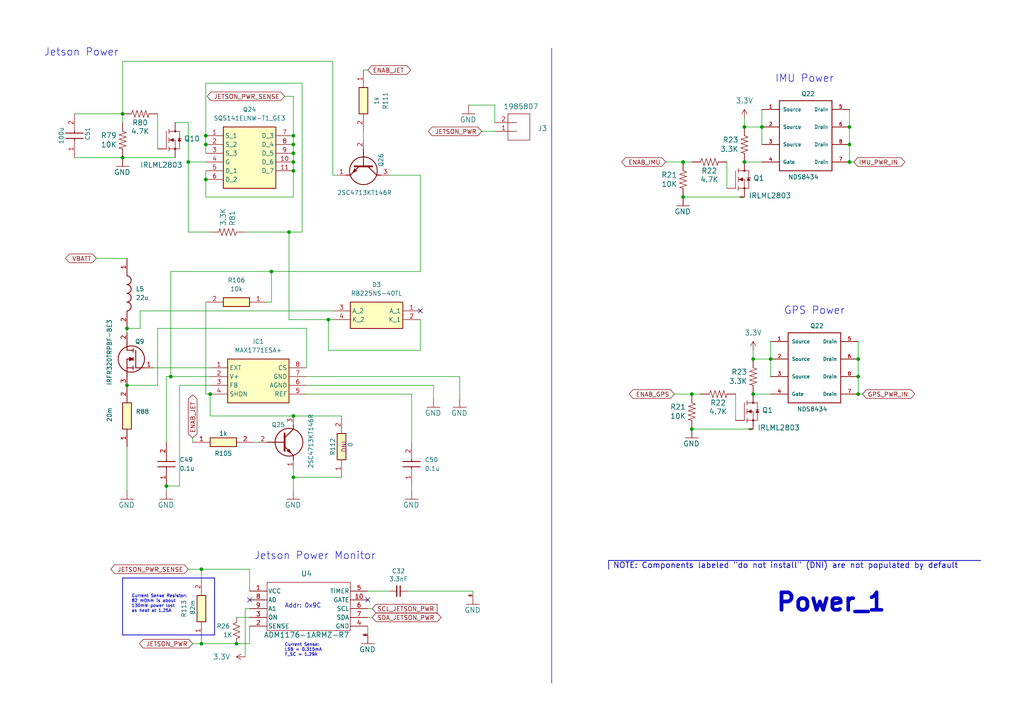
<source format=kicad_sch>
(kicad_sch (version 20230121) (generator eeschema)
  (paper "A4")
  (title_block (title "PyCubed Mainboard") (date "2021-06-09") (rev "v05c") (company "Max Holliday"))
  (lib_symbols
    (symbol "Device:C_Small" (pin_numbers hide) (pin_names (offset 0.254) hide)
      (property "Reference" "C" (at 0.254 1.778 0))
      (property "Value" "C_Small" (at 0.254 -2.032 0))
      (symbol "C_Small_1_1"
        (pin passive line (at 0 2.54 270) (length 2.032) (name "~") (number "1"))
        (pin passive line (at 0 -2.54 90) (length 2.032) (name "~") (number "2"))
      )
    )
    (symbol "Device:R_US" (pin_numbers hide) (pin_names (offset 0))
      (property "Reference" "R" (at 2.54 0 90))
      (property "Value" "R_US" (at -2.54 0 90))
      (symbol "R_US_1_1"
        (pin passive line (at 0 3.81 270) (length 1.27) (name "~") (number "1"))
        (pin passive line (at 0 -3.81 90) (length 1.27) (name "~") (number "2"))
      )
    )
    (symbol "NDS8434_1" (pin_names (offset 1.016))
      (symbol "NDS8434_1_0_0"
        (pin bidirectional line (at -12.7 7.62 0) (length 5.08) (name "Source") (number "1"))
        (pin bidirectional line (at -12.7 2.54 0) (length 5.08) (name "Source") (number "2"))
        (pin bidirectional line (at -12.7 -2.54 0) (length 5.08) (name "Source") (number "3"))
        (pin bidirectional line (at -12.7 -7.62 0) (length 5.08) (name "Gate") (number "4"))
        (pin bidirectional line (at 12.7 7.62 180) (length 5.08) (name "Drain") (number "5"))
        (pin bidirectional line (at 12.7 2.54 180) (length 5.08) (name "Drain") (number "6"))
        (pin bidirectional line (at 12.7 -7.62 180) (length 5.08) (name "Drain") (number "7"))
        (pin bidirectional line (at 12.7 -2.54 180) (length 5.08) (name "Drain") (number "8"))
      )
    )
    (symbol "NDS8434_2" (pin_names (offset 1.016))
      (symbol "NDS8434_2_0_0"
        (pin bidirectional line (at -12.7 7.62 0) (length 5.08) (name "Source") (number "1"))
        (pin bidirectional line (at -12.7 2.54 0) (length 5.08) (name "Source") (number "2"))
        (pin bidirectional line (at -12.7 -2.54 0) (length 5.08) (name "Source") (number "3"))
        (pin bidirectional line (at -12.7 -7.62 0) (length 5.08) (name "Gate") (number "4"))
        (pin bidirectional line (at 12.7 7.62 180) (length 5.08) (name "Drain") (number "5"))
        (pin bidirectional line (at 12.7 2.54 180) (length 5.08) (name "Drain") (number "6"))
        (pin bidirectional line (at 12.7 -7.62 180) (length 5.08) (name "Drain") (number "7"))
        (pin bidirectional line (at 12.7 -2.54 180) (length 5.08) (name "Drain") (number "8"))
      )
    )
    (symbol "SamacSys_Parts:2SC4713KT146R" (pin_names hide)
      (property "Reference" "Q" (at 13.97 1.27 0))
      (property "Value" "2SC4713KT146R" (at 13.97 -1.27 0))
      (symbol "2SC4713KT146R_1_1"
        (pin passive line (at 10.16 -7.62 90) (length 2.54) (name "E") (number "1"))
        (pin passive line (at 0 0 0) (length 2.54) (name "B") (number "2"))
        (pin passive line (at 10.16 7.62 270) (length 2.54) (name "C") (number "3"))
      )
    )
    (symbol "SamacSys_Parts:C0603T104K3RACTU" (pin_names hide)
      (property "Reference" "C" (at 8.89 6.35 0))
      (property "Value" "C0603T104K3RACTU" (at 8.89 3.81 0))
      (symbol "C0603T104K3RACTU_1_1"
        (pin passive line (at 0 0 0) (length 5.08) (name "1") (number "1"))
        (pin passive line (at 12.7 0 180) (length 5.08) (name "2") (number "2"))
      )
    )
    (symbol "SamacSys_Parts:CL31A107MPKNNWE" (pin_names hide)
      (property "Reference" "C" (at 8.89 6.35 0))
      (property "Value" "CL31A107MPKNNWE" (at 8.89 3.81 0))
      (symbol "CL31A107MPKNNWE_1_1"
        (pin passive line (at 0 0 0) (length 5.08) (name "1") (number "1"))
        (pin passive line (at 12.7 0 180) (length 5.08) (name "2") (number "2"))
      )
    )
    (symbol "SamacSys_Parts:ERJ-1GJ0R00C" (pin_names hide)
      (property "Reference" "R" (at 13.97 6.35 0))
      (property "Value" "ERJ-1GJ0R00C" (at 13.97 3.81 0))
      (symbol "ERJ-1GJ0R00C_1_1"
        (pin passive line (at 0 0 0) (length 5.08) (name "1") (number "1"))
        (pin passive line (at 17.78 0 180) (length 5.08) (name "2") (number "2"))
      )
    )
    (symbol "SamacSys_Parts:ERJ-1GJF1001C" (pin_names hide)
      (property "Reference" "R" (at 13.97 6.35 0))
      (property "Value" "ERJ-1GJF1001C" (at 13.97 3.81 0))
      (symbol "ERJ-1GJF1001C_1_1"
        (pin passive line (at 0 0 0) (length 5.08) (name "1") (number "1"))
        (pin passive line (at 17.78 0 180) (length 5.08) (name "2") (number "2"))
      )
    )
    (symbol "SamacSys_Parts:ERJ-1GJF1002C" (pin_names hide)
      (property "Reference" "R" (at 13.97 6.35 0))
      (property "Value" "ERJ-1GJF1002C" (at 13.97 3.81 0))
      (symbol "ERJ-1GJF1002C_1_1"
        (pin passive line (at 0 0 0) (length 5.08) (name "1") (number "1"))
        (pin passive line (at 17.78 0 180) (length 5.08) (name "2") (number "2"))
      )
    )
    (symbol "SamacSys_Parts:ERJ-6BWFR082V" (pin_names hide)
      (property "Reference" "R" (at 13.97 6.35 0))
      (property "Value" "ERJ-6BWFR082V" (at 13.97 3.81 0))
      (symbol "ERJ-6BWFR082V_1_1"
        (pin passive line (at 0 0 0) (length 5.08) (name "1") (number "1"))
        (pin passive line (at 17.78 0 180) (length 5.08) (name "2") (number "2"))
      )
    )
    (symbol "SamacSys_Parts:ERJ-B3CFR02V" (pin_names hide)
      (property "Reference" "R" (at 13.97 6.35 0))
      (property "Value" "ERJ-B3CFR02V" (at 13.97 3.81 0))
      (symbol "ERJ-B3CFR02V_1_1"
        (pin passive line (at 0 0 0) (length 5.08) (name "1") (number "1"))
        (pin passive line (at 17.78 0 180) (length 5.08) (name "2") (number "2"))
      )
    )
    (symbol "SamacSys_Parts:IRFR320TRPBF-BE3" (pin_names hide)
      (property "Reference" "Q" (at 11.43 3.81 0))
      (property "Value" "IRFR320TRPBF-BE3" (at 11.43 1.27 0))
      (symbol "IRFR320TRPBF-BE3_1_1"
        (pin passive line (at 0 0 0) (length 2.54) (name "G") (number "1"))
        (pin passive line (at 7.62 10.16 270) (length 2.54) (name "D") (number "2"))
        (pin passive line (at 7.62 -5.08 90) (length 2.54) (name "S") (number "3"))
      )
    )
    (symbol "SamacSys_Parts:MAX1771ESA+"
      (property "Reference" "IC" (at 24.13 7.62 0))
      (property "Value" "MAX1771ESA+" (at 24.13 5.08 0))
      (symbol "MAX1771ESA+_1_1"
        (pin passive line (at 0 0 0) (length 5.08) (name "EXT") (number "1"))
        (pin passive line (at 0 -2.54 0) (length 5.08) (name "V+") (number "2"))
        (pin passive line (at 0 -5.08 0) (length 5.08) (name "FB") (number "3"))
        (pin passive line (at 0 -7.62 0) (length 5.08) (name "SHDN") (number "4"))
        (pin passive line (at 27.94 -7.62 180) (length 5.08) (name "REF") (number "5"))
        (pin passive line (at 27.94 -5.08 180) (length 5.08) (name "AGND") (number "6"))
        (pin passive line (at 27.94 -2.54 180) (length 5.08) (name "GND") (number "7"))
        (pin passive line (at 27.94 0 180) (length 5.08) (name "CS") (number "8"))
      )
    )
    (symbol "SamacSys_Parts:PA5432.223NLT" (pin_names hide)
      (property "Reference" "L" (at 16.51 6.35 0))
      (property "Value" "PA5432.223NLT" (at 16.51 3.81 0))
      (symbol "PA5432.223NLT_1_1"
        (pin passive line (at 0 0 0) (length 5.08) (name "1") (number "1"))
        (pin passive line (at 20.32 0 180) (length 5.08) (name "2") (number "2"))
      )
    )
    (symbol "SamacSys_Parts:RB225NS-40TL"
      (property "Reference" "D" (at 21.59 7.62 0))
      (property "Value" "RB225NS-40TL" (at 21.59 5.08 0))
      (symbol "RB225NS-40TL_1_1"
        (pin passive line (at 0 0 0) (length 5.08) (name "A_1") (number "1"))
        (pin passive line (at 0 -2.54 0) (length 5.08) (name "K_1") (number "2"))
        (pin passive line (at 25.4 0 180) (length 5.08) (name "A_2") (number "3"))
        (pin passive line (at 25.4 -2.54 180) (length 5.08) (name "K_2") (number "4"))
      )
    )
    (symbol "SamacSys_Parts:SQS141ELNW-T1_GE3"
      (property "Reference" "Q" (at 21.59 7.62 0))
      (property "Value" "SQS141ELNW-T1_GE3" (at 21.59 5.08 0))
      (symbol "SQS141ELNW-T1_GE3_1_1"
        (pin passive line (at 0 0 0) (length 5.08) (name "S_1") (number "1"))
        (pin passive line (at 25.4 -7.62 180) (length 5.08) (name "D_6") (number "10"))
        (pin passive line (at 25.4 -10.16 180) (length 5.08) (name "D_7") (number "11"))
        (pin passive line (at 0 -2.54 0) (length 5.08) (name "S_2") (number "2"))
        (pin passive line (at 0 -5.08 0) (length 5.08) (name "S_3") (number "3"))
        (pin passive line (at 0 -7.62 0) (length 5.08) (name "G") (number "4"))
        (pin passive line (at 0 -10.16 0) (length 5.08) (name "D_1") (number "5"))
        (pin passive line (at 0 -12.7 0) (length 5.08) (name "D_2") (number "6"))
        (pin passive line (at 25.4 0 180) (length 5.08) (name "D_3") (number "7"))
        (pin passive line (at 25.4 -2.54 180) (length 5.08) (name "D_4") (number "8"))
        (pin passive line (at 25.4 -5.08 180) (length 5.08) (name "D_5") (number "9"))
      )
    )
    (symbol "mainboard:3.3V" (power) (pin_names (offset 1.016))
      (property "Value" "3.3V" (at -1.016 3.556 0))
      (symbol "3.3V_1_0"
        (pin power_in line (at 0 0 90) (length 2.54) (name "3.3V") (number "1"))
      )
    )
    (symbol "mainboard:ADM1176-1ARMZ-R7" (pin_names (offset 0.254))
      (property "Reference" "U?" (at 19.05 -10.16 0))
      (property "Value" "ADM1176-1ARMZ-R7" (at 20.32 -26.67 0))
      (symbol "ADM1176-1ARMZ-R7_1_0"
        (pin unspecified line (at 2.54 -13.97 0) (length 5.08) (name "VCC") (number "1"))
        (pin unspecified line (at 36.83 -16.51 180) (length 5.08) (name "GATE") (number "10"))
        (pin unspecified line (at 2.54 -24.13 0) (length 5.08) (name "SENSE") (number "2"))
        (pin unspecified line (at 2.54 -21.59 0) (length 5.08) (name "ON") (number "3"))
        (pin unspecified line (at 36.83 -24.13 180) (length 5.08) (name "GND") (number "4"))
        (pin unspecified line (at 36.83 -13.97 180) (length 5.08) (name "TIMER") (number "5"))
        (pin unspecified line (at 36.83 -19.05 180) (length 5.08) (name "SCL") (number "6"))
        (pin unspecified line (at 36.83 -21.59 180) (length 5.08) (name "SDA") (number "7"))
        (pin unspecified line (at 2.54 -16.51 0) (length 5.08) (name "A0") (number "8"))
        (pin unspecified line (at 2.54 -19.05 0) (length 5.08) (name "A1") (number "9"))
      )
    )
    (symbol "mainboard:GND" (power) (pin_names (offset 1.016))
      (property "Value" "GND" (at -2.54 -2.54 0))
      (symbol "GND_1_0"
        (pin power_in line (at 0 2.54 270) (length 2.54) (name "GND") (number "1"))
      )
    )
    (symbol "mainboard:IRLML2803TRPBF" (pin_names (offset 1.016))
      (property "Reference" "Q" (at -11.43 1.27 0))
      (property "Value" "IRLML2803TRPBF" (at -11.43 3.81 0))
      (symbol "IRLML2803TRPBF_1_0"
        (pin passive line (at -2.54 -2.54 0) (length 2.54) (name "G") (number "1"))
        (pin passive line (at 2.54 -5.08 90) (length 2.54) (name "S") (number "2"))
        (pin passive line (at 2.54 5.08 270) (length 2.54) (name "D") (number "3"))
      )
    )
    (symbol "mainboard:M023.5MM_LOCK" (pin_names (offset 1.016))
      (property "Reference" "JP" (at -2.54 5.842 0))
      (property "Value" "M023.5MM_LOCK" (at -2.54 -5.08 0))
      (symbol "M023.5MM_LOCK_1_0"
        (pin passive line (at 7.62 0 180) (length 5.08) (name "1") (number "1"))
        (pin passive line (at 7.62 2.54 180) (length 5.08) (name "2") (number "2"))
      )
    )
    (symbol "mainboard:R-US_R0603" (pin_names (offset 1.016))
      (property "Reference" "R" (at -3.81 1.4986 0))
      (property "Value" "R-US_R0603" (at -3.81 -3.302 0))
      (symbol "R-US_R0603_1_0"
        (pin passive line (at -5.08 0 0) (length 2.54) (name "1") (number "1"))
        (pin passive line (at 5.08 0 180) (length 2.54) (name "2") (number "2"))
      )
    )
  )
  (junction (at 198.12 57.15))
  (junction (at 215.9 36.83))
  (junction (at 78.74 78.74))
  (junction (at 200.66 124.46))
  (junction (at 248.92 109.22))
  (junction (at 59.69 39.37))
  (junction (at 246.38 41.91))
  (junction (at 85.09 138.43))
  (junction (at 54.61 46.99))
  (junction (at 223.52 104.14))
  (junction (at 58.42 165.1))
  (junction (at 198.12 46.99))
  (junction (at 246.38 46.99))
  (junction (at 85.09 49.53))
  (junction (at 48.26 140.97))
  (junction (at 248.92 104.14))
  (junction (at 49.53 109.22))
  (junction (at 58.42 186.69))
  (junction (at 85.09 39.37))
  (junction (at 218.44 104.14))
  (junction (at 83.82 67.31))
  (junction (at 68.58 186.69))
  (junction (at 36.83 111.76))
  (junction (at 246.38 36.83))
  (junction (at 95.25 92.71))
  (junction (at 218.44 114.3))
  (junction (at 85.09 120.65))
  (junction (at 85.09 41.91))
  (junction (at 85.09 44.45))
  (junction (at 35.56 33.02))
  (junction (at 215.9 46.99))
  (junction (at 60.96 114.3))
  (junction (at 200.66 114.3))
  (junction (at 59.69 52.07))
  (junction (at 248.92 114.3))
  (junction (at 220.98 36.83))
  (junction (at 85.09 46.99))
  (junction (at 59.69 41.91))
  (junction (at 36.83 95.25))
  (junction (at 35.56 45.72))
  (no_connect (at 72.39 173.99))
  (no_connect (at 121.92 90.17))
  (no_connect (at 106.68 173.99))
  (wire (pts (xy 200.66 114.3) (xy 195.58 114.3)))
  (polyline (pts (xy 35.56 184.15) (xy 35.56 167.64)))
  (wire (pts (xy 137.16 172.72) (xy 137.16 171.45)))
  (wire (pts (xy 85.09 120.65) (xy 99.06 120.65)))
  (wire (pts (xy 82.55 27.94) (xy 85.09 27.94)))
  (wire (pts (xy 77.47 87.63) (xy 78.74 87.63)))
  (wire (pts (xy 36.83 111.76) (xy 45.72 111.76)))
  (wire (pts (xy 220.98 46.99) (xy 215.9 46.99)))
  (wire (pts (xy 198.12 46.99) (xy 193.04 46.99)))
  (polyline (pts (xy 160.02 198.12) (xy 160.02 13.97)))
  (wire (pts (xy 58.42 186.69) (xy 68.58 186.69)))
  (wire (pts (xy 49.53 78.74) (xy 49.53 109.22)))
  (wire (pts (xy 35.56 33.02) (xy 35.56 35.56)))
  (polyline (pts (xy 62.23 167.64) (xy 62.23 184.15)))
  (wire (pts (xy 85.09 120.65) (xy 60.96 120.65)))
  (wire (pts (xy 35.56 17.78) (xy 96.52 17.78)))
  (wire (pts (xy 125.73 111.76) (xy 125.73 115.57)))
  (wire (pts (xy 48.26 109.22) (xy 48.26 128.27)))
  (wire (pts (xy 59.69 24.13) (xy 59.69 39.37)))
  (wire (pts (xy 54.61 46.99) (xy 54.61 67.31)))
  (wire (pts (xy 55.88 127) (xy 55.88 128.27)))
  (wire (pts (xy 121.92 92.71) (xy 121.92 101.6)))
  (wire (pts (xy 139.7 38.1) (xy 143.51 38.1)))
  (wire (pts (xy 36.83 142.24) (xy 36.83 129.54)))
  (wire (pts (xy 220.98 36.83) (xy 220.98 31.75)))
  (wire (pts (xy 45.72 95.25) (xy 88.9 95.25)))
  (polyline (pts (xy 62.23 184.15) (xy 35.56 184.15)))
  (wire (pts (xy 88.9 109.22) (xy 133.35 109.22)))
  (wire (pts (xy 218.44 124.46) (xy 200.66 124.46)))
  (wire (pts (xy 106.68 184.15) (xy 106.68 181.61)))
  (wire (pts (xy 119.38 140.97) (xy 119.38 142.24)))
  (wire (pts (xy 40.64 95.25) (xy 40.64 90.17)))
  (wire (pts (xy 59.69 57.15) (xy 85.09 57.15)))
  (polyline (pts (xy 62.23 167.64) (xy 62.23 184.15)))
  (wire (pts (xy 137.16 171.45) (xy 118.11 171.45)))
  (wire (pts (xy 85.09 41.91) (xy 85.09 44.45)))
  (wire (pts (xy 95.25 92.71) (xy 83.82 92.71)))
  (wire (pts (xy 223.52 114.3) (xy 218.44 114.3)))
  (wire (pts (xy 119.38 128.27) (xy 119.38 114.3)))
  (wire (pts (xy 45.72 111.76) (xy 45.72 95.25)))
  (wire (pts (xy 78.74 87.63) (xy 78.74 78.74)))
  (wire (pts (xy 210.82 54.61) (xy 210.82 46.99)))
  (wire (pts (xy 105.41 38.1) (xy 105.41 40.64)))
  (wire (pts (xy 44.45 106.68) (xy 60.96 106.68)))
  (wire (pts (xy 135.89 30.48) (xy 143.51 30.48)))
  (wire (pts (xy 248.92 104.14) (xy 248.92 109.22)))
  (wire (pts (xy 83.82 67.31) (xy 71.12 67.31)))
  (wire (pts (xy 95.25 101.6) (xy 95.25 92.71)))
  (polyline (pts (xy 35.56 167.64) (xy 62.23 167.64)))
  (wire (pts (xy 59.69 39.37) (xy 59.69 41.91)))
  (wire (pts (xy 71.12 190.5) (xy 71.12 176.53)))
  (wire (pts (xy 113.03 50.8) (xy 121.92 50.8)))
  (wire (pts (xy 59.69 52.07) (xy 59.69 57.15)))
  (wire (pts (xy 59.69 41.91) (xy 59.69 44.45)))
  (wire (pts (xy 85.09 138.43) (xy 85.09 142.24)))
  (wire (pts (xy 87.63 67.31) (xy 83.82 67.31)))
  (wire (pts (xy 54.61 67.31) (xy 60.96 67.31)))
  (wire (pts (xy 246.38 41.91) (xy 246.38 46.99)))
  (wire (pts (xy 121.92 101.6) (xy 95.25 101.6)))
  (wire (pts (xy 21.59 45.72) (xy 35.56 45.72)))
  (wire (pts (xy 107.95 179.07) (xy 106.68 179.07)))
  (wire (pts (xy 223.52 104.14) (xy 218.44 104.14)))
  (polyline (pts (xy 35.56 184.15) (xy 35.56 167.64)))
  (wire (pts (xy 59.69 114.3) (xy 60.96 114.3)))
  (wire (pts (xy 200.66 46.99) (xy 198.12 46.99)))
  (wire (pts (xy 58.42 165.1) (xy 72.39 165.1)))
  (wire (pts (xy 87.63 24.13) (xy 87.63 67.31)))
  (wire (pts (xy 60.96 111.76) (xy 52.07 111.76)))
  (wire (pts (xy 48.26 140.97) (xy 48.26 142.24)))
  (wire (pts (xy 58.42 185.42) (xy 58.42 186.69)))
  (wire (pts (xy 213.36 121.92) (xy 213.36 114.3)))
  (wire (pts (xy 35.56 45.72) (xy 50.8 45.72)))
  (wire (pts (xy 55.88 186.69) (xy 58.42 186.69)))
  (wire (pts (xy 21.59 33.02) (xy 35.56 33.02)))
  (wire (pts (xy 133.35 109.22) (xy 133.35 115.57)))
  (wire (pts (xy 215.9 36.83) (xy 215.9 34.29)))
  (wire (pts (xy 59.69 87.63) (xy 59.69 114.3)))
  (wire (pts (xy 52.07 111.76) (xy 52.07 140.97)))
  (wire (pts (xy 36.83 95.25) (xy 36.83 96.52)))
  (wire (pts (xy 54.61 165.1) (xy 58.42 165.1)))
  (wire (pts (xy 246.38 31.75) (xy 246.38 36.83)))
  (wire (pts (xy 215.9 57.15) (xy 198.12 57.15)))
  (wire (pts (xy 52.07 140.97) (xy 48.26 140.97)))
  (wire (pts (xy 85.09 57.15) (xy 85.09 49.53)))
  (wire (pts (xy 121.92 78.74) (xy 78.74 78.74)))
  (polyline (pts (xy 176.53 162.56) (xy 284.48 162.56)))
  (polyline (pts (xy 176.53 162.56) (xy 284.48 162.56)))
  (wire (pts (xy 85.09 135.89) (xy 85.09 138.43)))
  (wire (pts (xy 68.58 186.69) (xy 72.39 186.69)))
  (wire (pts (xy 50.8 35.56) (xy 54.61 35.56)))
  (wire (pts (xy 248.92 114.3) (xy 250.19 114.3)))
  (wire (pts (xy 68.58 179.07) (xy 72.39 179.07)))
  (wire (pts (xy 40.64 90.17) (xy 96.52 90.17)))
  (wire (pts (xy 96.52 50.8) (xy 96.52 17.78)))
  (wire (pts (xy 73.66 128.27) (xy 74.93 128.27)))
  (polyline (pts (xy 35.56 167.64) (xy 62.23 167.64)))
  (wire (pts (xy 223.52 109.22) (xy 223.52 104.14)))
  (wire (pts (xy 143.51 30.48) (xy 143.51 35.56)))
  (wire (pts (xy 85.09 44.45) (xy 85.09 46.99)))
  (wire (pts (xy 85.09 39.37) (xy 85.09 41.91)))
  (wire (pts (xy 248.92 99.06) (xy 248.92 104.14)))
  (wire (pts (xy 45.72 33.02) (xy 45.72 43.18)))
  (wire (pts (xy 54.61 46.99) (xy 59.69 46.99)))
  (wire (pts (xy 59.69 24.13) (xy 87.63 24.13)))
  (wire (pts (xy 119.38 114.3) (xy 88.9 114.3)))
  (wire (pts (xy 36.83 95.25) (xy 40.64 95.25)))
  (wire (pts (xy 48.26 109.22) (xy 49.53 109.22)))
  (wire (pts (xy 106.68 171.45) (xy 113.03 171.45)))
  (wire (pts (xy 223.52 104.14) (xy 223.52 99.06)))
  (wire (pts (xy 85.09 27.94) (xy 85.09 39.37)))
  (wire (pts (xy 72.39 165.1) (xy 72.39 171.45)))
  (wire (pts (xy 97.79 50.8) (xy 96.52 50.8)))
  (wire (pts (xy 220.98 41.91) (xy 220.98 36.83)))
  (wire (pts (xy 96.52 92.71) (xy 95.25 92.71)))
  (wire (pts (xy 71.12 176.53) (xy 72.39 176.53)))
  (wire (pts (xy 58.42 165.1) (xy 58.42 167.64)))
  (wire (pts (xy 85.09 46.99) (xy 85.09 49.53)))
  (wire (pts (xy 246.38 36.83) (xy 246.38 41.91)))
  (wire (pts (xy 78.74 78.74) (xy 49.53 78.74)))
  (wire (pts (xy 248.92 109.22) (xy 248.92 114.3)))
  (wire (pts (xy 107.95 176.53) (xy 106.68 176.53)))
  (wire (pts (xy 121.92 50.8) (xy 121.92 78.74)))
  (wire (pts (xy 218.44 104.14) (xy 218.44 101.6)))
  (polyline (pts (xy 176.53 165.1) (xy 176.53 162.56)))
  (polyline (pts (xy 176.53 165.1) (xy 176.53 162.56)))
  (wire (pts (xy 49.53 109.22) (xy 60.96 109.22)))
  (wire (pts (xy 220.98 36.83) (xy 215.9 36.83)))
  (wire (pts (xy 99.06 138.43) (xy 85.09 138.43)))
  (wire (pts (xy 88.9 111.76) (xy 125.73 111.76)))
  (wire (pts (xy 59.69 49.53) (xy 59.69 52.07)))
  (wire (pts (xy 88.9 95.25) (xy 88.9 106.68)))
  (wire (pts (xy 35.56 17.78) (xy 35.56 33.02)))
  (wire (pts (xy 27.94 74.93) (xy 36.83 74.93)))
  (wire (pts (xy 203.2 114.3) (xy 200.66 114.3)))
  (wire (pts (xy 83.82 92.71) (xy 83.82 67.31)))
  (wire (pts (xy 105.41 20.32) (xy 106.68 20.32)))
  (wire (pts (xy 54.61 35.56) (xy 54.61 46.99)))
  (wire (pts (xy 246.38 46.99) (xy 247.65 46.99)))
  (wire (pts (xy 72.39 186.69) (xy 72.39 181.61)))
  (wire (pts (xy 60.96 120.65) (xy 60.96 114.3)))
  (polyline (pts (xy 62.23 184.15) (xy 35.56 184.15)))
  (text "IMU Power" (at 224.79 24.13 0) (effects (font (size 2.159 2.159)) (justify left bottom)))
  (text "Jetson Power Monitor" (at 73.66 162.56 0) (effects (font (size 2.159 2.159)) (justify left bottom)))
  (text "Jetson Power" (at 12.7 16.51 0) (effects (font (size 2.159 2.159)) (justify left bottom)))
  (text "Current Sense:\nLSB = 0.315mA\nF_SC = 1.29A" (at 82.55 190.5 0) (effects (font (size 0.889 0.889)) (justify left bottom)))
  (text "Addr: 0x9C" (at 82.55 176.53 0) (effects (font (size 1.27 1.27)) (justify left bottom)))
  (text "Power_1" (at 224.79 177.8 0) (effects (font (size 5.08 5.08) (thickness 1.016) bold) (justify left bottom)))
  (text "Power" (at 224.79 177.8 0) (effects (font (size 5.08 5.08) (thickness 1.016) bold) (justify left bottom)))
  (text "GPS Power" (at 227.33 91.44 0) (effects (font (size 2.159 2.159)) (justify left bottom)))
  (text "Current Sense Resistor:\n82 mOhm is about \n130mW power lost\nas heat at 1.25A" (at 38.1 177.8 0) (effects (font (size 0.889 0.889)) (justify left bottom)))
  (text "NOTE: Components labeled \"do not install\" (DNI) are not populated by default" (at 177.8 165.1 0) (effects (font (size 1.651 1.651)) (justify left bottom)))
  (text "NOTE: Components labeled \"do not install\" (DNI) are not populated by default" (at 177.8 165.1 0) (effects (font (size 1.651 1.651)) (justify left bottom)))
  (global_label "JETSON_PWR_SENSE" (shape bidirectional) (at 54.61 165.1 180) (property "Intersheetrefs" "${INTERSHEET_REFS}" (effects hide)))
  (global_label "JETSON_PWR" (shape bidirectional) (at 55.88 186.69 180) (property "Intersheetrefs" "${INTERSHEET_REFS}" (effects hide)))
  (global_label "GND" (shape bidirectional) (at 137.16 172.72 180) (effects (font (size 0.254 0.254))) (property "Intersheetrefs" "${INTERSHEET_REFS}" (effects hide)))
  (global_label "ENAB_IMU" (shape bidirectional) (at 193.04 46.99 180) (property "Intersheetrefs" "${INTERSHEET_REFS}" (effects hide)))
  (global_label "GND" (shape bidirectional) (at 106.68 184.15 180) (effects (font (size 0.254 0.254))) (property "Intersheetrefs" "${INTERSHEET_REFS}" (effects hide)))
  (global_label "VBATT" (shape bidirectional) (at 27.94 74.93 180) (property "Intersheetrefs" "${INTERSHEET_REFS}" (effects hide)))
  (global_label "GPS_PWR_IN" (shape bidirectional) (at 250.19 114.3 0) (property "Intersheetrefs" "${INTERSHEET_REFS}" (effects hide)))
  (global_label "GND" (shape bidirectional) (at 106.68 184.15 180) (effects (font (size 0.254 0.254))) (property "Intersheetrefs" "${INTERSHEET_REFS}" (effects hide)))
  (global_label "GND" (shape bidirectional) (at 218.44 124.46 180) (effects (font (size 0.254 0.254))) (property "Intersheetrefs" "${INTERSHEET_REFS}" (effects hide)))
  (global_label "JETSON_PWR_SENSE" (shape bidirectional) (at 82.55 27.94 180) (property "Intersheetrefs" "${INTERSHEET_REFS}" (effects hide)))
  (global_label "ENAB_JET" (shape bidirectional) (at 55.88 127 90) (property "Intersheetrefs" "${INTERSHEET_REFS}" (effects hide)))
  (global_label "SCL_JETSON_PWR" (shape input) (at 107.95 176.53 0) (property "Intersheetrefs" "${INTERSHEET_REFS}" (effects hide)))
  (global_label "JETSON_PWR" (shape bidirectional) (at 139.7 38.1 180) (property "Intersheetrefs" "${INTERSHEET_REFS}" (effects hide)))
  (global_label "SDA_JETSON_PWR" (shape bidirectional) (at 107.95 179.07 0) (property "Intersheetrefs" "${INTERSHEET_REFS}" (effects hide)))
  (global_label "ENAB_GPS" (shape bidirectional) (at 195.58 114.3 180) (property "Intersheetrefs" "${INTERSHEET_REFS}" (effects hide)))
  (global_label "ENAB_JET" (shape bidirectional) (at 106.68 20.32 0) (property "Intersheetrefs" "${INTERSHEET_REFS}" (effects hide)))
  (global_label "IMU_PWR_IN" (shape bidirectional) (at 247.65 46.99 0) (property "Intersheetrefs" "${INTERSHEET_REFS}" (effects hide)))
  (global_label "GND" (shape bidirectional) (at 215.9 57.15 180) (effects (font (size 0.254 0.254))) (property "Intersheetrefs" "${INTERSHEET_REFS}" (effects hide)))
  (symbol (lib_id "mainboard:M023.5MM_LOCK") (at 151.13 38.1 0) (mirror y) (unit 1)
    (property "Reference" "J3" (at 158.75 38.1 0) (effects (font (size 1.4986 1.4986)) (justify left bottom)))
    (property "Value" "1985807" (at 156.21 31.75 0) (effects (font (size 1.4986 1.4986)) (justify left bottom)))
    (property "Footprint" "mainboard:SCREWTERMINAL-3.5MM-2_LOCK" (effects hide))
    (property "Datasheet" "https://www.mouser.com/datasheet/2/324/4/1985807-1458929.pdf" (effects hide))
    (property "Description" "2-pin Screw Terminal - Side Entry" (effects hide))
    (property "Flight" "1985807" (effects hide))
    (property "Manufacturer_Name" "Phoenix Contact" (effects hide))
    (property "Manufacturer_Part_Number" "1985807" (effects hide))
    (property "Proto" "1985807" (effects hide))
    (instances (project "mainboard" (path "" (reference "J3") (unit 1)) (path "" (reference "JP?") (unit 1)) (path "" (reference "J9") (unit 1))))
  )
  (symbol (lib_id "mainboard:GND") (at 85.09 144.78 0) (unit 1)
    (property "Reference" "#GND072" (effects hide))
    (property "Value" "GND" (at 82.55 147.32 0) (effects (font (size 1.4986 1.4986)) (justify left bottom)))
    (instances (project "mainboard" (path "" (reference "#GND072") (unit 1)) (path "" (reference "#GND?") (unit 1)) (path "" (reference "#GND072") (unit 1))))
  )
  (symbol (lib_id "SamacSys_Parts:ERJ-6BWFR082V") (at 58.42 185.42 90) (unit 1)
    (property "Reference" "R113" (at 53.34 173.99 0) (effects (justify right)))
    (property "Value" "82m" (at 55.88 173.99 0) (effects (justify right)))
    (property "Footprint" "ERJ6_B_BW_R_LW_CW_D" (effects hide))
    (property "Datasheet" "https://componentsearchengine.com/Datasheets/1/ERJ-6BWFR082V.pdf" (effects hide))
    (property "Mouser Part Number" "667-ERJ-6BWFR082V" (effects hide))
    (property "Mouser Price/Stock" "https://www.mouser.com/Search/Refine.aspx?Keyword=667-ERJ-6BWFR082V" (effects hide))
    (property "Manufacturer_Name" "Panasonic" (effects hide))
    (property "Manufacturer_Part_Number" "ERJ-6BWFR082V" (effects hide))
  )
  (symbol (lib_id "mainboard:GND") (at 36.83 144.78 0) (unit 1)
    (property "Reference" "#GND072" (effects hide))
    (property "Value" "GND" (at 34.29 147.32 0) (effects (font (size 1.4986 1.4986)) (justify left bottom)))
    (instances (project "mainboard" (path "" (reference "#GND072") (unit 1)) (path "" (reference "#GND?") (unit 1)) (path "" (reference "#GND0122") (unit 1))))
  )
  (symbol (lib_id "SamacSys_Parts:ERJ-1GJ0R00C") (at 99.06 138.43 90) (unit 1)
    (property "Reference" "R112" (at 96.52 127 0) (effects (justify right)))
    (property "Value" "0" (at 101.6 128.27 0) (effects (justify right)))
    (property "Footprint" "ERJ1GJJ2R4C" (effects hide))
    (property "Datasheet" "https://industrial.panasonic.com/cdbs/www-data/pdf/RDA0000/AOA0000C301.pdf" (effects hide))
    (property "Height" "0.26" (effects hide))
    (property "Mouser Part Number" "667-ERJ-1GJ0R00C" (effects hide))
    (property "Mouser Price/Stock" "https://www.mouser.co.uk/ProductDetail/Panasonic/ERJ-1GJ0R00C?qs=OcgtsXO%252B3gsHTMloWTpOqQ%3D%3D" (effects hide))
    (property "Manufacturer_Name" "Panasonic" (effects hide))
    (property "Manufacturer_Part_Number" "ERJ-1GJ0R00C" (effects hide))
    (property "DNI" "DNI" (at 99.06 129.54 0) (effects (justify top)))
  )
  (symbol (lib_id "mainboard:GND") (at 133.35 118.11 0) (unit 1)
    (property "Reference" "#GND072" (effects hide))
    (property "Value" "GND" (at 130.81 120.65 0) (effects (font (size 1.4986 1.4986)) (justify left bottom)))
    (instances (project "mainboard" (path "" (reference "#GND072") (unit 1)) (path "" (reference "#GND?") (unit 1)) (path "" (reference "#GND0127") (unit 1))))
  )
  (symbol (lib_id "mainboard:GND") (at 125.73 118.11 0) (unit 1)
    (property "Reference" "#GND072" (effects hide))
    (property "Value" "GND" (at 123.19 120.65 0) (effects (font (size 1.4986 1.4986)) (justify left bottom)))
    (instances (project "mainboard" (path "" (reference "#GND072") (unit 1)) (path "" (reference "#GND?") (unit 1)) (path "" (reference "#GND0128") (unit 1))))
  )
  (symbol (lib_id "SamacSys_Parts:ERJ-1GJF1002C") (at 77.47 87.63 180) (unit 1)
    (property "Reference" "R106" (at 68.58 81.28 0))
    (property "Value" "10k" (at 68.58 83.82 0))
    (property "Footprint" "ERJ1GJJ2R4C" (effects hide))
    (property "Datasheet" "https://industrial.panasonic.com/cdbs/www-data/pdf/RDA0000/AOA0000C304.pdf" (effects hide))
    (property "Height" "0.26" (effects hide))
    (property "Mouser Part Number" "667-ERJ-1GJF1002C" (effects hide))
    (property "Mouser Price/Stock" "https://www.mouser.co.uk/ProductDetail/Panasonic/ERJ-1GJF1002C?qs=OcgtsXO%252B3gveAYGlL%2Fftlw%3D%3D" (effects hide))
    (property "Manufacturer_Name" "Panasonic" (effects hide))
    (property "Manufacturer_Part_Number" "ERJ-1GJF1002C" (effects hide))
  )
  (symbol (lib_id "mainboard:GND") (at 137.16 175.26 0) (unit 1)
    (property "Reference" "#GND0109" (effects hide))
    (property "Value" "GND" (at 134.62 177.8 0) (effects (font (size 1.4986 1.4986)) (justify left bottom)))
    (instances (project "mainboard" (path "" (reference "#GND0109") (unit 1)) (path "" (reference "#GND?") (unit 1)) (path "" (reference "#GND0129") (unit 1))))
  )
  (symbol (lib_id "SamacSys_Parts:2SC4713KT146R") (at 105.41 40.64 270) (unit 1)
    (property "Reference" "Q26" (at 110.49 44.45 0) (effects (justify left)))
    (property "Value" "2SC4713KT146R" (at 97.79 55.88 90) (effects (justify left)))
    (property "Footprint" "SOT95P280X130-3N" (effects hide))
    (property "Datasheet" "http://rohmfs.rohm.com/en/products/databook/datasheet/discrete/transistor/bipolar/2sc4713kt146r-e.pdf" (effects hide))
    (property "Height" "1.3" (effects hide))
    (property "Mouser Part Number" "755-2SC4713KT146R" (effects hide))
    (property "Mouser Price/Stock" "https://www.mouser.co.uk/ProductDetail/ROHM-Semiconductor/2SC4713KT146R?qs=IsRgwgmxh69T12rcC0HTuA%3D%3D" (effects hide))
    (property "Manufacturer_Name" "ROHM Semiconductor" (effects hide))
    (property "Manufacturer_Part_Number" "2SC4713KT146R" (effects hide))
  )
  (symbol (lib_id "SamacSys_Parts:C0603T104K3RACTU") (at 119.38 140.97 90) (unit 1)
    (property "Reference" "C50" (at 123.19 133.35 90) (effects (justify right)))
    (property "Value" "0.1u" (at 123.19 135.89 90) (effects (justify right)))
    (property "Footprint" "CAPC1608X87N" (effects hide))
    (property "Datasheet" "https://content.kemet.com/datasheets/KEM_C1027_X7R_COTS_SMD.pdf" (effects hide))
    (property "Height" "0.87" (effects hide))
    (property "Mouser Part Number" "80-C0603T104K3R" (effects hide))
    (property "Mouser Price/Stock" "https://www.mouser.co.uk/ProductDetail/KEMET/C0603T104K3RACTU?qs=w3%252Bcv6FlocpVW%2FqNvg6pbg%3D%3D" (effects hide))
    (property "Manufacturer_Name" "KEMET" (effects hide))
    (property "Manufacturer_Part_Number" "C0603T104K3RACTU" (effects hide))
  )
  (symbol (lib_id "mainboard:3.3V") (at 71.12 190.5 90) (unit 1)
    (property "Reference" "#SUPPLY?" (effects hide))
    (property "Value" "3.3V" (at 66.8274 190.5 90) (effects (font (size 1.4986 1.4986)) (justify left)))
    (instances (project "mainboard" (path "" (reference "#SUPPLY?") (unit 1)) (path "" (reference "#SUPPLY?") (unit 1)) (path "" (reference "#SUPPLY010") (unit 1)) (path "" (reference "#SUPPLY0103") (unit 1))))
  )
  (symbol (lib_id "SamacSys_Parts:PA5432.223NLT") (at 36.83 74.93 270) (unit 1)
    (property "Reference" "L5" (at 39.37 83.82 90) (effects (justify left)))
    (property "Value" "22u" (at 39.37 86.36 90) (effects (justify left)))
    (property "Footprint" "PA5432223NLT" (effects hide))
    (property "Datasheet" "https://productfinder.pulseelectronics.com/api/public/uploads/product-attachments/datasheet_p890_1608108621.pdf" (effects hide))
    (property "Height" "6" (effects hide))
    (property "Mouser Part Number" "673-PA5432.223NLT" (effects hide))
    (property "Mouser Price/Stock" "https://www.mouser.co.uk/ProductDetail/Pulse-Electronics/PA5432.223NLT?qs=pUKx8fyJudD0Br41f2NXvA%3D%3D" (effects hide))
    (property "Manufacturer_Name" "Pulse Electronics" (effects hide))
    (property "Manufacturer_Part_Number" "PA5432.223NLT" (effects hide))
  )
  (symbol (lib_id "mainboard:GND") (at 48.26 144.78 0) (unit 1)
    (property "Reference" "#GND072" (effects hide))
    (property "Value" "GND" (at 45.72 147.32 0) (effects (font (size 1.4986 1.4986)) (justify left bottom)))
    (instances (project "mainboard" (path "" (reference "#GND072") (unit 1)) (path "" (reference "#GND?") (unit 1)) (path "" (reference "#GND0123") (unit 1))))
  )
  (symbol (lib_id "SamacSys_Parts:C0603T104K3RACTU") (at 48.26 140.97 90) (unit 1)
    (property "Reference" "C49" (at 52.07 133.35 90) (effects (justify right)))
    (property "Value" "0.1u" (at 52.07 135.89 90) (effects (justify right)))
    (property "Footprint" "CAPC1608X87N" (effects hide))
    (property "Datasheet" "https://content.kemet.com/datasheets/KEM_C1027_X7R_COTS_SMD.pdf" (effects hide))
    (property "Height" "0.87" (effects hide))
    (property "Mouser Part Number" "80-C0603T104K3R" (effects hide))
    (property "Mouser Price/Stock" "https://www.mouser.co.uk/ProductDetail/KEMET/C0603T104K3RACTU?qs=w3%252Bcv6FlocpVW%2FqNvg6pbg%3D%3D" (effects hide))
    (property "Manufacturer_Name" "KEMET" (effects hide))
    (property "Manufacturer_Part_Number" "C0603T104K3RACTU" (effects hide))
  )
  (symbol (lib_id "SamacSys_Parts:ERJ-1GJF1001C") (at 105.41 20.32 270) (unit 1)
    (property "Reference" "R111" (at 111.76 29.21 0))
    (property "Value" "1k" (at 109.22 29.21 0))
    (property "Footprint" "ERJ1GJJ2R4C" (effects hide))
    (property "Datasheet" "https://industrial.panasonic.com/cdbs/www-data/pdf/RDA0000/AOA0000C304.pdf" (effects hide))
    (property "Height" "0.26" (effects hide))
    (property "Mouser Part Number" "667-ERJ-1GJF1001C" (effects hide))
    (property "Mouser Price/Stock" "https://www.mouser.co.uk/ProductDetail/Panasonic/ERJ-1GJF1001C?qs=OcgtsXO%252B3guJUjvXwXq4eA%3D%3D" (effects hide))
    (property "Manufacturer_Name" "Panasonic" (effects hide))
    (property "Manufacturer_Part_Number" "ERJ-1GJF1001C" (effects hide))
  )
  (symbol (lib_id "mainboard:ADM1176-1ARMZ-R7") (at 69.85 157.48 0) (unit 1)
    (property "Reference" "U4" (at 88.9 166.37 0) (effects (font (size 1.524 1.524))))
    (property "Value" "ADM1176-1ARMZ-R7" (at 88.9 184.15 0) (effects (font (size 1.524 1.524))))
    (property "Footprint" "mainboard:ADM1176-1ARMZ-R7" (effects hide))
    (property "Datasheet" "https://www.analog.com/media/en/technical-documentation/data-sheets/ADM1176.pdf" (effects hide))
    (property "Description" "Power Monitor" (effects hide))
    (property "Flight" "ADM1176-1ARMZ-R7" (effects hide))
    (property "Manufacturer_Name" "Analog Devices Inc." (effects hide))
    (property "Manufacturer_Part_Number" "ADM1176-1ARMZ-R7" (effects hide))
    (property "Proto" "ADM1176-1ARMZ-R7" (effects hide))
    (instances (project "mainboard" (path "" (reference "U4") (unit 1)) (path "" (reference "U18") (unit 1))))
  )
  (symbol (lib_id "Device:C_Small") (at 115.57 171.45 270) (unit 1)
    (property "Reference" "C32" (at 115.57 165.6334 90))
    (property "Value" "3.3nF" (at 115.57 167.9448 90))
    (property "Footprint" "Capacitor_SMD:C_0603_1608Metric" (effects hide))
    (property "Description" "3.3nF +-10% 100V X7R 0603" (effects hide))
    (instances (project "mainboard" (path "" (reference "C32") (unit 1)) (path "" (reference "C47") (unit 1))))
  )
  (symbol (lib_id "mainboard:IRLML2803TRPBF") (at 213.36 52.07 0) (unit 1)
    (property "Reference" "Q1" (at 218.44 50.8 0) (effects (font (size 1.4986 1.4986)) (justify left top)))
    (property "Value" "IRLML2803" (at 217.17 55.88 0) (effects (font (size 1.4986 1.4986)) (justify left top)))
    (property "Footprint" "mainboard:SOT-23" (effects hide))
    (property "Datasheet" "https://www.infineon.com/dgdl/irlml2803pbf.pdf?fileId=5546d462533600a4015356682aff260f" (effects hide))
    (property "Description" "Single N-Channel MOSFET" (effects hide))
    (property "Flight" "IRLML2803" (effects hide))
    (property "Manufacturer_Name" "Infineon Technologies" (effects hide))
    (property "Manufacturer_Part_Number" "IRLML2803TRPbF" (effects hide))
    (property "Proto" "2302" (effects hide))
    (instances (project "mainboard" (path "" (reference "Q1") (unit 1)) (path "" (reference "Q?") (unit 1)) (path "" (reference "Q21") (unit 1))))
  )
  (symbol (lib_id "SamacSys_Parts:IRFR320TRPBF-BE3") (at 44.45 106.68 0) (mirror y) (unit 1)
    (property "Reference" "Q9" (at 41.91 99.06 0) (effects (justify left)))
    (property "Value" "IRFR320TRPBF-BE3" (at 31.75 111.76 90) (effects (justify left)))
    (property "Footprint" "IRFR320TRPBFBE3" (effects hide))
    (property "Datasheet" "https://www.vishay.com/docs/91273/sihfr320.pdf" (effects hide))
    (property "Height" "2.52" (effects hide))
    (property "Mouser Part Number" "78-IRFR320TRPBF-BE3" (effects hide))
    (property "Mouser Price/Stock" "https://www.mouser.co.uk/ProductDetail/Vishay-Semiconductors/IRFR320TRPBF-BE3?qs=TCDPyi3sCW35%2Ff7twG6d5A%3D%3D" (effects hide))
    (property "Manufacturer_Name" "Vishay" (effects hide))
    (property "Manufacturer_Part_Number" "IRFR320TRPBF-BE3" (effects hide))
  )
  (symbol (lib_id "mainboard:IRLML2803TRPBF") (at 48.26 40.64 0) (unit 1)
    (property "Reference" "Q10" (at 53.34 39.37 0) (effects (font (size 1.4986 1.4986)) (justify left top)))
    (property "Value" "IRLML2803" (at 40.64 46.99 0) (effects (font (size 1.4986 1.4986)) (justify left top)))
    (property "Footprint" "mainboard:SOT-23" (effects hide))
    (property "Datasheet" "https://www.infineon.com/dgdl/irlml2803pbf.pdf?fileId=5546d462533600a4015356682aff260f" (effects hide))
    (property "Description" "Single N-Channel MOSFET" (effects hide))
    (property "Flight" "IRLML2803" (effects hide))
    (property "Manufacturer_Name" "Infineon Technologies" (effects hide))
    (property "Manufacturer_Part_Number" "IRLML2803TRPbF" (effects hide))
    (property "Proto" "2302" (effects hide))
    (instances (project "mainboard" (path "" (reference "Q10") (unit 1)) (path "" (reference "Q?") (unit 1)) (path "" (reference "Q10") (unit 1))))
  )
  (symbol (lib_id "mainboard:R-US_R0603") (at 200.66 119.38 270) (unit 1)
    (property "Reference" "R21" (at 198.9582 118.0338 90) (effects (font (size 1.4986 1.4986)) (justify right)))
    (property "Value" "10K" (at 198.9582 120.7008 90) (effects (font (size 1.4986 1.4986)) (justify right)))
    (property "Footprint" "Resistor_SMD:R_0603_1608Metric" (effects hide))
    (property "Description" "10K 0603" (effects hide))
    (instances (project "mainboard" (path "" (reference "R21") (unit 1)) (path "" (reference "R?") (unit 1)) (path "" (reference "R21") (unit 1))))
  )
  (symbol (lib_id "mainboard:R-US_R0603") (at 208.28 114.3 0) (unit 1)
    (property "Reference" "R22" (at 208.28 116.84 0) (effects (font (size 1.4986 1.4986))))
    (property "Value" "4.7K" (at 208.28 119.38 0) (effects (font (size 1.4986 1.4986))))
    (property "Footprint" "Resistor_SMD:R_0603_1608Metric" (effects hide))
    (property "Description" "4.7K 0603" (effects hide))
    (instances (project "mainboard" (path "" (reference "R22") (unit 1)) (path "" (reference "R?") (unit 1)) (path "" (reference "R22") (unit 1))))
  )
  (symbol (lib_id "mainboard:R-US_R0603") (at 218.44 109.22 270) (unit 1)
    (property "Reference" "R23" (at 216.7382 107.8738 90) (effects (font (size 1.4986 1.4986)) (justify right)))
    (property "Value" "3.3K" (at 216.7382 110.5408 90) (effects (font (size 1.4986 1.4986)) (justify right)))
    (property "Footprint" "Resistor_SMD:R_0603_1608Metric" (effects hide))
    (property "Description" "3.3K 0603" (effects hide))
    (instances (project "mainboard" (path "" (reference "R23") (unit 1)) (path "" (reference "R?") (unit 1)) (path "" (reference "R23") (unit 1))))
  )
  (symbol (lib_id "mainboard:GND") (at 198.12 59.69 0) (unit 1)
    (property "Reference" "#GND020" (effects hide))
    (property "Value" "GND" (at 195.58 62.23 0) (effects (font (size 1.4986 1.4986)) (justify left bottom)))
    (instances (project "mainboard" (path "" (reference "#GND020") (unit 1)) (path "" (reference "#GND?") (unit 1)) (path "" (reference "#GND051") (unit 1))))
  )
  (symbol (lib_id "mainboard:R-US_R0603") (at 35.56 40.64 270) (unit 1)
    (property "Reference" "R79" (at 33.8582 39.2938 90) (effects (font (size 1.4986 1.4986)) (justify right)))
    (property "Value" "10K" (at 33.8582 41.9608 90) (effects (font (size 1.4986 1.4986)) (justify right)))
    (property "Footprint" "Resistor_SMD:R_0603_1608Metric" (effects hide))
    (property "Description" "10K 0603" (effects hide))
    (instances (project "mainboard" (path "" (reference "R79") (unit 1)) (path "" (reference "R?") (unit 1)) (path "" (reference "R79") (unit 1))))
  )
  (symbol (lib_name "NDS8434_2") (lib_id "mainboard:NDS8434") (at 233.68 39.37 0) (unit 1)
    (property "Reference" "Q22" (at 232.41 27.94 0) (effects (justify left bottom)))
    (property "Value" "NDS8434" (at 228.6 52.07 0) (effects (justify left bottom)))
    (property "Footprint" "mainboard:NDS8434" (effects hide))
    (property "Datasheet" "https://www.onsemi.com/pdf/datasheet/nds8434-d.pdf" (effects hide))
    (property "Description" "P-Channel MOSFET" (effects hide))
    (property "Flight" "NDS8434" (effects hide))
    (property "Manufacturer_Name" "ON Semiconductor" (effects hide))
    (property "Manufacturer_Part_Number" "NDS8434" (effects hide))
    (property "Proto" "DMP2022LSS-13" (effects hide))
    (instances (project "mainboard" (path "" (reference "Q22") (unit 1)) (path "" (reference "U?") (unit 1)) (path "" (reference "Q27") (unit 1))))
  )
  (symbol (lib_id "SamacSys_Parts:CL31A107MPKNNWE") (at 21.59 45.72 90) (unit 1)
    (property "Reference" "C51" (at 25.4 36.83 0) (effects (justify right)))
    (property "Value" "100u" (at 17.78 36.83 0) (effects (justify right)))
    (property "Footprint" "CAPC2012X150N" (effects hide))
    (property "Height" "1.5" (effects hide))
    (property "Mouser Part Number" "187-CL31A107MPKNNWE" (effects hide))
    (property "Mouser Price/Stock" "https://www.mouser.co.uk/ProductDetail/Samsung-Electro-Mechanics/CL31A107MPKNNWE?qs=Jm2GQyTW%2FbiZr8a%2Fkozi8w%3D%3D" (effects hide))
    (property "Manufacturer_Name" "SAMSUNG" (effects hide))
    (property "Manufacturer_Part_Number" "CL31A107MPKNNWE" (effects hide))
  )
  (symbol (lib_id "mainboard:GND") (at 119.38 144.78 0) (unit 1)
    (property "Reference" "#GND072" (effects hide))
    (property "Value" "GND" (at 116.84 147.32 0) (effects (font (size 1.4986 1.4986)) (justify left bottom)))
    (instances (project "mainboard" (path "" (reference "#GND072") (unit 1)) (path "" (reference "#GND?") (unit 1)) (path "" (reference "#GND0126") (unit 1))))
  )
  (symbol (lib_id "mainboard:R-US_R0603") (at 215.9 41.91 270) (unit 1)
    (property "Reference" "R23" (at 214.1982 40.5638 90) (effects (font (size 1.4986 1.4986)) (justify right)))
    (property "Value" "3.3K" (at 214.1982 43.2308 90) (effects (font (size 1.4986 1.4986)) (justify right)))
    (property "Footprint" "Resistor_SMD:R_0603_1608Metric" (effects hide))
    (property "Description" "3.3K 0603" (effects hide))
    (instances (project "mainboard" (path "" (reference "R23") (unit 1)) (path "" (reference "R?") (unit 1)) (path "" (reference "R116") (unit 1))))
  )
  (symbol (lib_id "mainboard:R-US_R0603") (at 66.04 67.31 180) (unit 1)
    (property "Reference" "R81" (at 67.3862 65.6082 90) (effects (font (size 1.4986 1.4986)) (justify right)))
    (property "Value" "3.3K" (at 64.7192 65.6082 90) (effects (font (size 1.4986 1.4986)) (justify right)))
    (property "Footprint" "Resistor_SMD:R_0603_1608Metric" (effects hide))
    (property "Description" "3.3K 0603" (effects hide))
    (instances (project "mainboard" (path "" (reference "R81") (unit 1)) (path "" (reference "R?") (unit 1)) (path "" (reference "R81") (unit 1))))
  )
  (symbol (lib_id "mainboard:GND") (at 35.56 48.26 0) (unit 1)
    (property "Reference" "#GND067" (effects hide))
    (property "Value" "GND" (at 33.02 50.8 0) (effects (font (size 1.4986 1.4986)) (justify left bottom)))
    (instances (project "mainboard" (path "" (reference "#GND067") (unit 1)) (path "" (reference "#GND?") (unit 1)) (path "" (reference "#GND067") (unit 1))))
  )
  (symbol (lib_id "mainboard:3.3V") (at 215.9 34.29 0) (unit 1)
    (property "Reference" "#SUPPLY06" (effects hide))
    (property "Value" "3.3V" (at 215.9 29.21 0) (effects (font (size 1.4986 1.4986))))
    (instances (project "mainboard" (path "" (reference "#SUPPLY06") (unit 1)) (path "" (reference "#SUPPLY?") (unit 1)) (path "" (reference "#SUPPLY013") (unit 1))))
  )
  (symbol (lib_id "SamacSys_Parts:MAX1771ESA+") (at 60.96 106.68 0) (unit 1)
    (property "Reference" "IC1" (at 74.93 99.06 0))
    (property "Value" "MAX1771ESA+" (at 74.93 101.6 0))
    (property "Footprint" "SOIC127P600X175-8N" (effects hide))
    (property "Datasheet" "http://datasheets.maximintegrated.com/en/ds/MAX1771.pdf" (effects hide))
    (property "Height" "1.75" (effects hide))
    (property "Mouser Part Number" "700-MAX1771ESA" (effects hide))
    (property "Mouser Price/Stock" "https://www.mouser.co.uk/ProductDetail/Maxim-Integrated/MAX1771ESA%2b?qs=1THa7WoU59EgQuAJ5SR28Q%3D%3D" (effects hide))
    (property "Manufacturer_Name" "Analog Devices" (effects hide))
    (property "Manufacturer_Part_Number" "MAX1771ESA+" (effects hide))
  )
  (symbol (lib_id "mainboard:GND") (at 135.89 33.02 0) (unit 1)
    (property "Reference" "#GND072" (effects hide))
    (property "Value" "GND" (at 133.35 35.56 0) (effects (font (size 1.4986 1.4986)) (justify left bottom)))
    (instances (project "mainboard" (path "" (reference "#GND072") (unit 1)) (path "" (reference "#GND?") (unit 1)) (path "" (reference "#GND052") (unit 1))))
  )
  (symbol (lib_id "SamacSys_Parts:2SC4713KT146R") (at 74.93 128.27 0) (unit 1)
    (property "Reference" "Q25" (at 78.74 123.19 0) (effects (justify left)))
    (property "Value" "2SC4713KT146R" (at 90.17 135.89 90) (effects (justify left)))
    (property "Footprint" "SOT95P280X130-3N" (effects hide))
    (property "Datasheet" "http://rohmfs.rohm.com/en/products/databook/datasheet/discrete/transistor/bipolar/2sc4713kt146r-e.pdf" (effects hide))
    (property "Height" "1.3" (effects hide))
    (property "Mouser Part Number" "755-2SC4713KT146R" (effects hide))
    (property "Mouser Price/Stock" "https://www.mouser.co.uk/ProductDetail/ROHM-Semiconductor/2SC4713KT146R?qs=IsRgwgmxh69T12rcC0HTuA%3D%3D" (effects hide))
    (property "Manufacturer_Name" "ROHM Semiconductor" (effects hide))
    (property "Manufacturer_Part_Number" "2SC4713KT146R" (effects hide))
  )
  (symbol (lib_id "mainboard:IRLML2803TRPBF") (at 215.9 119.38 0) (unit 1)
    (property "Reference" "Q1" (at 220.98 118.11 0) (effects (font (size 1.4986 1.4986)) (justify left top)))
    (property "Value" "IRLML2803" (at 219.71 123.19 0) (effects (font (size 1.4986 1.4986)) (justify left top)))
    (property "Footprint" "mainboard:SOT-23" (effects hide))
    (property "Datasheet" "https://www.infineon.com/dgdl/irlml2803pbf.pdf?fileId=5546d462533600a4015356682aff260f" (effects hide))
    (property "Description" "Single N-Channel MOSFET" (effects hide))
    (property "Flight" "IRLML2803" (effects hide))
    (property "Manufacturer_Name" "Infineon Technologies" (effects hide))
    (property "Manufacturer_Part_Number" "IRLML2803TRPbF" (effects hide))
    (property "Proto" "2302" (effects hide))
    (instances (project "mainboard" (path "" (reference "Q1") (unit 1)) (path "" (reference "Q?") (unit 1)) (path "" (reference "Q1") (unit 1))))
  )
  (symbol (lib_id "SamacSys_Parts:RB225NS-40TL") (at 121.92 90.17 0) (mirror y) (unit 1)
    (property "Reference" "D3" (at 109.22 82.55 0))
    (property "Value" "RB225NS-40TL" (at 109.22 85.09 0))
    (property "Footprint" "RFN10NS3STL" (effects hide))
    (property "Datasheet" "https://fscdn.rohm.com/en/products/databook/datasheet/discrete/diode/schottky_barrier/rb225ns-40tl-e.pdf" (effects hide))
    (property "Mouser Part Number" "755-RB225NS-40TL" (effects hide))
    (property "Mouser Price/Stock" "https://www.mouser.co.uk/ProductDetail/ROHM-Semiconductor/RB225NS-40TL?qs=IsRgwgmxh6%2FAPCsbIbPZ2w%3D%3D" (effects hide))
    (property "Manufacturer_Name" "ROHM Semiconductor" (effects hide))
    (property "Manufacturer_Part_Number" "RB225NS-40TL" (effects hide))
  )
  (symbol (lib_name "NDS8434_2") (lib_id "mainboard:NDS8434") (at 236.22 106.68 0) (unit 1)
    (property "Reference" "Q22" (at 234.95 95.25 0) (effects (justify left bottom)))
    (property "Value" "NDS8434" (at 231.14 119.38 0) (effects (justify left bottom)))
    (property "Footprint" "mainboard:NDS8434" (effects hide))
    (property "Datasheet" "https://www.onsemi.com/pdf/datasheet/nds8434-d.pdf" (effects hide))
    (property "Description" "P-Channel MOSFET" (effects hide))
    (property "Flight" "NDS8434" (effects hide))
    (property "Manufacturer_Name" "ON Semiconductor" (effects hide))
    (property "Manufacturer_Part_Number" "NDS8434" (effects hide))
    (property "Proto" "DMP2022LSS-13" (effects hide))
    (instances (project "mainboard" (path "" (reference "Q22") (unit 1)) (path "" (reference "U?") (unit 1)) (path "" (reference "Q22") (unit 1))))
  )
  (symbol (lib_id "mainboard:3.3V") (at 218.44 101.6 0) (unit 1)
    (property "Reference" "#SUPPLY06" (effects hide))
    (property "Value" "3.3V" (at 218.44 96.52 0) (effects (font (size 1.4986 1.4986))))
    (instances (project "mainboard" (path "" (reference "#SUPPLY06") (unit 1)) (path "" (reference "#SUPPLY?") (unit 1)) (path "" (reference "#SUPPLY06") (unit 1))))
  )
  (symbol (lib_id "SamacSys_Parts:ERJ-B3CFR02V") (at 36.83 129.54 90) (unit 1)
    (property "Reference" "R88" (at 39.37 119.38 90) (effects (justify right)))
    (property "Value" "20m" (at 31.75 118.11 0) (effects (justify right)))
    (property "Footprint" "SamacSys_Parts:ERJB30508" (effects hide))
    (property "Datasheet" "https://componentsearchengine.com/Datasheets/1/ERJ-B3CFR02V.pdf" (effects hide))
    (property "Height" "0.6" (effects hide))
    (property "Mouser Part Number" "667-ERJ-B3CFR02V" (effects hide))
    (property "Mouser Price/Stock" "https://www.mouser.com/Search/Refine.aspx?Keyword=667-ERJ-B3CFR02V" (effects hide))
    (property "Manufacturer_Name" "Panasonic" (effects hide))
    (property "Manufacturer_Part_Number" "ERJ-B3CFR02V" (effects hide))
  )
  (symbol (lib_id "mainboard:GND") (at 200.66 127 0) (unit 1)
    (property "Reference" "#GND020" (effects hide))
    (property "Value" "GND" (at 198.12 129.54 0) (effects (font (size 1.4986 1.4986)) (justify left bottom)))
    (instances (project "mainboard" (path "" (reference "#GND020") (unit 1)) (path "" (reference "#GND?") (unit 1)) (path "" (reference "#GND020") (unit 1))))
  )
  (symbol (lib_id "SamacSys_Parts:ERJ-1GJF1001C") (at 55.88 128.27 0) (unit 1)
    (property "Reference" "R105" (at 64.77 130.81 0) (effects (justify top)))
    (property "Value" "1k" (at 64.77 125.73 0))
    (property "Footprint" "ERJ1GJJ2R4C" (effects hide))
    (property "Datasheet" "https://industrial.panasonic.com/cdbs/www-data/pdf/RDA0000/AOA0000C304.pdf" (effects hide))
    (property "Height" "0.26" (effects hide))
    (property "Mouser Part Number" "667-ERJ-1GJF1001C" (effects hide))
    (property "Mouser Price/Stock" "https://www.mouser.co.uk/ProductDetail/Panasonic/ERJ-1GJF1001C?qs=OcgtsXO%252B3guJUjvXwXq4eA%3D%3D" (effects hide))
    (property "Manufacturer_Name" "Panasonic" (effects hide))
    (property "Manufacturer_Part_Number" "ERJ-1GJF1001C" (effects hide))
  )
  (symbol (lib_id "SamacSys_Parts:SQS141ELNW-T1_GE3") (at 59.69 39.37 0) (unit 1)
    (property "Reference" "Q24" (at 72.39 31.75 0))
    (property "Value" "SQS141ELNW-T1_GE3" (at 72.39 34.29 0))
    (property "Footprint" "SQS850ENT1_GE3" (effects hide))
    (property "Datasheet" "https://www.mouser.it/ProductDetail/Vishay-Semiconductors/SQS141ELNW-T1_GE3?qs=t7xnP681wgUUJh1P9XVDHQ%3D%3D" (effects hide))
    (property "Height" "1.12" (effects hide))
    (property "Mouser Part Number" "78-SQS141ELNW-T1_GE3" (effects hide))
    (property "Mouser Price/Stock" "https://www.mouser.co.uk/ProductDetail/Vishay-Semiconductors/SQS141ELNW-T1_GE3?qs=t7xnP681wgUUJh1P9XVDHQ%3D%3D" (effects hide))
    (property "Manufacturer_Name" "Vishay" (effects hide))
    (property "Manufacturer_Part_Number" "SQS141ELNW-T1_GE3" (effects hide))
  )
  (symbol (lib_id "mainboard:R-US_R0603") (at 40.64 33.02 0) (unit 1)
    (property "Reference" "R80" (at 40.64 35.56 0) (effects (font (size 1.4986 1.4986))))
    (property "Value" "4.7K" (at 40.64 38.1 0) (effects (font (size 1.4986 1.4986))))
    (property "Footprint" "Resistor_SMD:R_0603_1608Metric" (effects hide))
    (property "Description" "4.7K 0603" (effects hide))
    (instances (project "mainboard" (path "" (reference "R80") (unit 1)) (path "" (reference "R?") (unit 1)) (path "" (reference "R80") (unit 1))))
  )
  (symbol (lib_id "mainboard:R-US_R0603") (at 205.74 46.99 0) (unit 1)
    (property "Reference" "R22" (at 205.74 49.53 0) (effects (font (size 1.4986 1.4986))))
    (property "Value" "4.7K" (at 205.74 52.07 0) (effects (font (size 1.4986 1.4986))))
    (property "Footprint" "Resistor_SMD:R_0603_1608Metric" (effects hide))
    (property "Description" "4.7K 0603" (effects hide))
    (instances (project "mainboard" (path "" (reference "R22") (unit 1)) (path "" (reference "R?") (unit 1)) (path "" (reference "R115") (unit 1))))
  )
  (symbol (lib_id "Device:R_US") (at 68.58 182.88 0) (mirror x) (unit 1)
    (property "Reference" "R26" (at 64.77 181.61 0))
    (property "Value" "1K" (at 66.04 184.15 0))
    (property "Footprint" "Resistor_SMD:R_0603_1608Metric" (effects hide))
    (property "Description" "1K 0603" (effects hide))
    (instances (project "mainboard" (path "" (reference "R26") (unit 1)) (path "" (reference "R?") (unit 1)) (path "" (reference "R65") (unit 1))))
  )
  (symbol (lib_id "mainboard:GND") (at 106.68 186.69 0) (unit 1)
    (property "Reference" "#GND0108" (effects hide))
    (property "Value" "GND" (at 104.14 189.23 0) (effects (font (size 1.4986 1.4986)) (justify left bottom)))
    (instances (project "mainboard" (path "" (reference "#GND0108") (unit 1)) (path "" (reference "#GND?") (unit 1)) (path "" (reference "#GND0132") (unit 1))))
  )
  (symbol (lib_id "mainboard:R-US_R0603") (at 198.12 52.07 270) (unit 1)
    (property "Reference" "R21" (at 196.4182 50.7238 90) (effects (font (size 1.4986 1.4986)) (justify right)))
    (property "Value" "10K" (at 196.4182 53.3908 90) (effects (font (size 1.4986 1.4986)) (justify right)))
    (property "Footprint" "Resistor_SMD:R_0603_1608Metric" (effects hide))
    (property "Description" "10K 0603" (effects hide))
    (instances (project "mainboard" (path "" (reference "R21") (unit 1)) (path "" (reference "R?") (unit 1)) (path "" (reference "R114") (unit 1))))
  )
)
</source>
